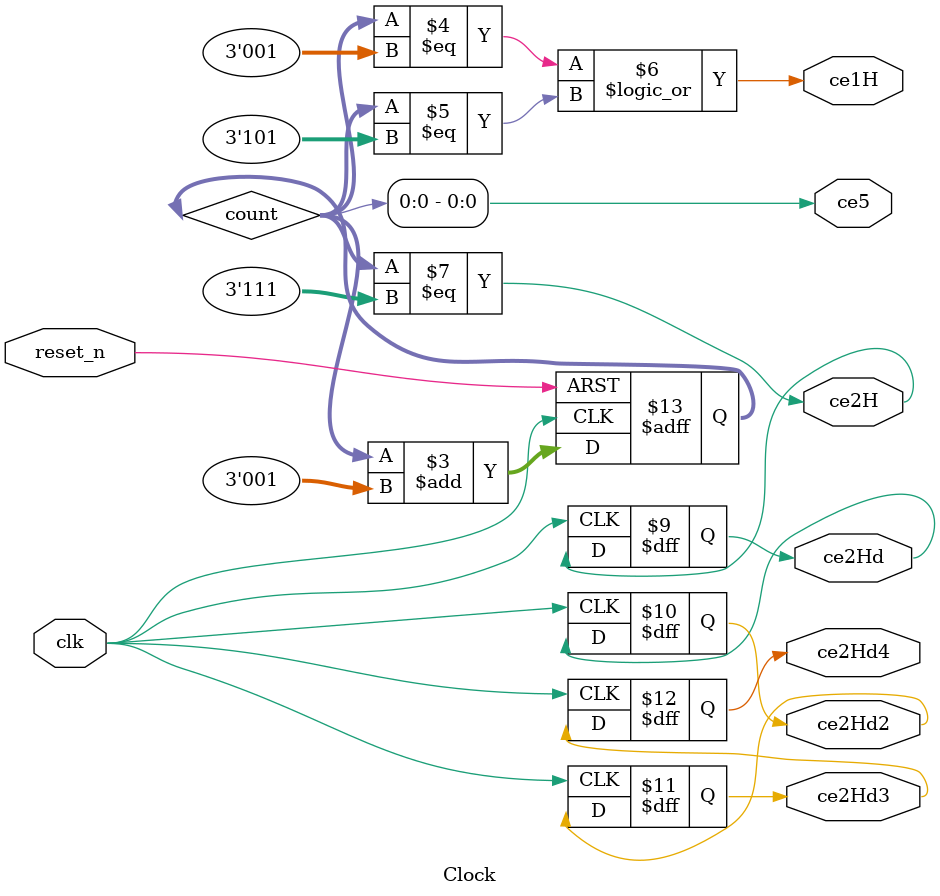
<source format=v>
module Clock
(
   input clk,
   input reset_n,
   
   output ce5,
   output ce1H,
   output ce2H, 
   
   output reg ce2Hd, ce2Hd2, ce2Hd3, ce2Hd4

);

// Instead of dividing clocks down, we do a synchronous design on 10MHz rising edge clock with clock-enable bits.
// Better suited for FPGA and timing analysis. Clock lines only go to clock inputs (except maybe the Pokey- clk).


reg [2:0] count;
always @(posedge clk or negedge reset_n)           // ic9L (sort of)
begin
   if (~reset_n)
     count <= #1 3'b000;
   else 
      count <= #1 count + 3'b001;
end

assign ce5 = count[0];                      // Clock Enable 5MHz
assign ce1H = count == 1 || count == 5;     // Clock Enable 2.5MHz or 1H
assign ce2H = count == 7;                   // Clock Enable 1.25MHz or 2H


always @(posedge clk) 
begin 
   ce2Hd <= #1 ce2H;            // delay ce2H with one clock
   ce2Hd2 <= #1 ce2Hd;           // two
   ce2Hd3 <= #1 ce2Hd2;          // tree
   ce2Hd4 <= #1 ce2Hd3;          // four
end


endmodule
</source>
